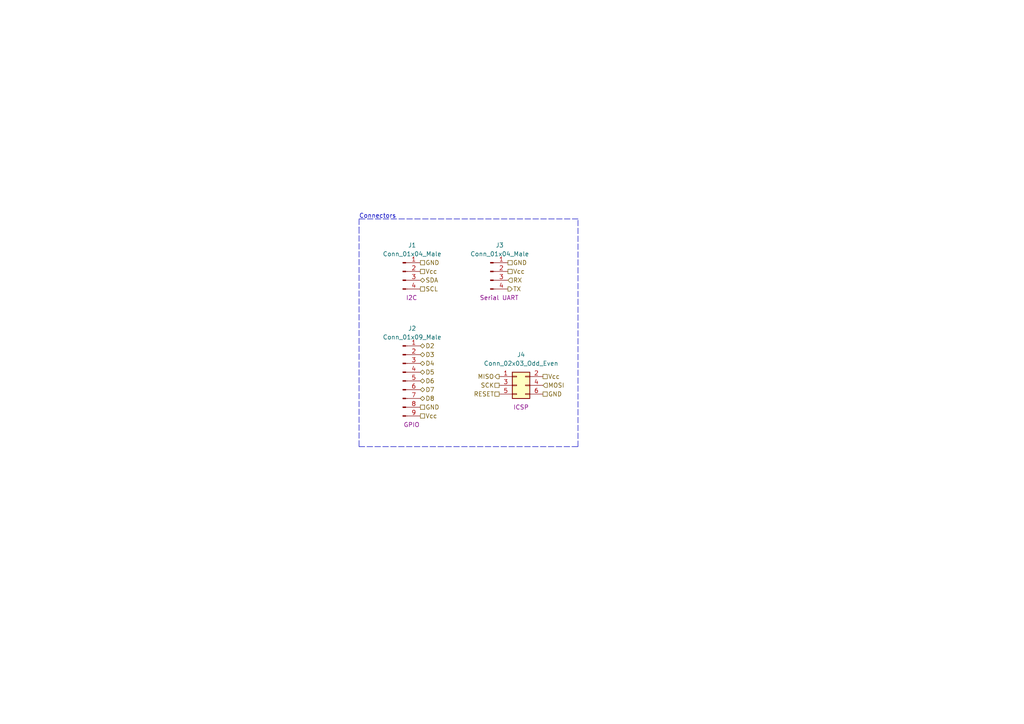
<source format=kicad_sch>
(kicad_sch (version 20211123) (generator eeschema)
  (paper "A4")
  (lib_symbols
    (symbol "Connector:Conn_01x04_Male" (pin_names (offset 1.016) hide)
      (property "Reference" "J" (at 0 5.08 0))
      (property "Value" "Conn_01x04_Male" (at 0 -7.62 0))
      (symbol "Conn_01x04_Male_1_1"
        (polyline (pts (xy 1.27 -5.08) (xy 0.8636 -5.08)) (stroke (width 0.1524)))
        (polyline (pts (xy 1.27 -2.54) (xy 0.8636 -2.54)) (stroke (width 0.1524)))
        (polyline (pts (xy 1.27 0) (xy 0.8636 0)) (stroke (width 0.1524)))
        (polyline (pts (xy 1.27 2.54) (xy 0.8636 2.54)) (stroke (width 0.1524)))
        (rectangle (start 0.8636 -4.953) (end 0 -5.207) (stroke (width 0.1524)) (fill (type outline)))
        (rectangle (start 0.8636 -2.413) (end 0 -2.667) (stroke (width 0.1524)) (fill (type outline)))
        (rectangle (start 0.8636 0.127) (end 0 -0.127) (stroke (width 0.1524)) (fill (type outline)))
        (rectangle (start 0.8636 2.667) (end 0 2.413) (stroke (width 0.1524)) (fill (type outline)))
        (pin passive line (at 5.08 2.54 180) (length 3.81) (name "Pin_1") (number "1"))
        (pin passive line (at 5.08 0 180) (length 3.81) (name "Pin_2") (number "2"))
        (pin passive line (at 5.08 -2.54 180) (length 3.81) (name "Pin_3") (number "3"))
        (pin passive line (at 5.08 -5.08 180) (length 3.81) (name "Pin_4") (number "4"))
      )
    )
    (symbol "Connector:Conn_01x09_Male" (pin_names (offset 1.016) hide)
      (property "Reference" "J" (at 0 12.7 0))
      (property "Value" "Conn_01x09_Male" (at 0 -12.7 0))
      (symbol "Conn_01x09_Male_1_1"
        (polyline (pts (xy 1.27 -10.16) (xy 0.8636 -10.16)) (stroke (width 0.1524)))
        (polyline (pts (xy 1.27 -7.62) (xy 0.8636 -7.62)) (stroke (width 0.1524)))
        (polyline (pts (xy 1.27 -5.08) (xy 0.8636 -5.08)) (stroke (width 0.1524)))
        (polyline (pts (xy 1.27 -2.54) (xy 0.8636 -2.54)) (stroke (width 0.1524)))
        (polyline (pts (xy 1.27 0) (xy 0.8636 0)) (stroke (width 0.1524)))
        (polyline (pts (xy 1.27 2.54) (xy 0.8636 2.54)) (stroke (width 0.1524)))
        (polyline (pts (xy 1.27 5.08) (xy 0.8636 5.08)) (stroke (width 0.1524)))
        (polyline (pts (xy 1.27 7.62) (xy 0.8636 7.62)) (stroke (width 0.1524)))
        (polyline (pts (xy 1.27 10.16) (xy 0.8636 10.16)) (stroke (width 0.1524)))
        (rectangle (start 0.8636 -10.033) (end 0 -10.287) (stroke (width 0.1524)) (fill (type outline)))
        (rectangle (start 0.8636 -7.493) (end 0 -7.747) (stroke (width 0.1524)) (fill (type outline)))
        (rectangle (start 0.8636 -4.953) (end 0 -5.207) (stroke (width 0.1524)) (fill (type outline)))
        (rectangle (start 0.8636 -2.413) (end 0 -2.667) (stroke (width 0.1524)) (fill (type outline)))
        (rectangle (start 0.8636 0.127) (end 0 -0.127) (stroke (width 0.1524)) (fill (type outline)))
        (rectangle (start 0.8636 2.667) (end 0 2.413) (stroke (width 0.1524)) (fill (type outline)))
        (rectangle (start 0.8636 5.207) (end 0 4.953) (stroke (width 0.1524)) (fill (type outline)))
        (rectangle (start 0.8636 7.747) (end 0 7.493) (stroke (width 0.1524)) (fill (type outline)))
        (rectangle (start 0.8636 10.287) (end 0 10.033) (stroke (width 0.1524)) (fill (type outline)))
        (pin passive line (at 5.08 10.16 180) (length 3.81) (name "Pin_1") (number "1"))
        (pin passive line (at 5.08 7.62 180) (length 3.81) (name "Pin_2") (number "2"))
        (pin passive line (at 5.08 5.08 180) (length 3.81) (name "Pin_3") (number "3"))
        (pin passive line (at 5.08 2.54 180) (length 3.81) (name "Pin_4") (number "4"))
        (pin passive line (at 5.08 0 180) (length 3.81) (name "Pin_5") (number "5"))
        (pin passive line (at 5.08 -2.54 180) (length 3.81) (name "Pin_6") (number "6"))
        (pin passive line (at 5.08 -5.08 180) (length 3.81) (name "Pin_7") (number "7"))
        (pin passive line (at 5.08 -7.62 180) (length 3.81) (name "Pin_8") (number "8"))
        (pin passive line (at 5.08 -10.16 180) (length 3.81) (name "Pin_9") (number "9"))
      )
    )
    (symbol "Connector_Generic:Conn_02x03_Odd_Even" (pin_names (offset 1.016) hide)
      (property "Reference" "J" (at 1.27 5.08 0))
      (property "Value" "Conn_02x03_Odd_Even" (at 1.27 -5.08 0))
      (symbol "Conn_02x03_Odd_Even_1_1"
        (rectangle (start -1.27 -2.413) (end 0 -2.667) (stroke (width 0.1524)))
        (rectangle (start -1.27 0.127) (end 0 -0.127) (stroke (width 0.1524)))
        (rectangle (start -1.27 2.667) (end 0 2.413) (stroke (width 0.1524)))
        (rectangle (start -1.27 3.81) (end 3.81 -3.81) (stroke (width 0.254)) (fill (type background)))
        (rectangle (start 3.81 -2.413) (end 2.54 -2.667) (stroke (width 0.1524)))
        (rectangle (start 3.81 0.127) (end 2.54 -0.127) (stroke (width 0.1524)))
        (rectangle (start 3.81 2.667) (end 2.54 2.413) (stroke (width 0.1524)))
        (pin passive line (at -5.08 2.54 0) (length 3.81) (name "Pin_1") (number "1"))
        (pin passive line (at 7.62 2.54 180) (length 3.81) (name "Pin_2") (number "2"))
        (pin passive line (at -5.08 0 0) (length 3.81) (name "Pin_3") (number "3"))
        (pin passive line (at 7.62 0 180) (length 3.81) (name "Pin_4") (number "4"))
        (pin passive line (at -5.08 -2.54 0) (length 3.81) (name "Pin_5") (number "5"))
        (pin passive line (at 7.62 -2.54 180) (length 3.81) (name "Pin_6") (number "6"))
      )
    )
  )
  (polyline (pts (xy 104.14 63.5) (xy 104.14 66.04)))
  (polyline (pts (xy 104.14 66.04) (xy 104.14 129.54)))
  (polyline (pts (xy 104.14 129.54) (xy 167.64 129.54)))
  (polyline (pts (xy 167.64 63.5) (xy 104.14 63.5)))
  (polyline (pts (xy 167.64 129.54) (xy 167.64 63.5)))
  (text "Connectors" (at 104.14 63.5 0) (effects (font (size 1.27 1.27)) (justify left bottom)))
  (hierarchical_label "GND" (shape passive) (at 121.92 76.2 0))
  (hierarchical_label "Vcc" (shape passive) (at 121.92 78.74 0))
  (hierarchical_label "Vcc" (shape passive) (at 147.32 78.74 0))
  (hierarchical_label "SCL" (shape passive) (at 121.92 83.82 0))
  (hierarchical_label "Vcc" (shape passive) (at 121.92 120.65 0))
  (hierarchical_label "D6" (shape bidirectional) (at 121.92 110.49 0))
  (hierarchical_label "SCK" (shape passive) (at 144.78 111.76 180))
  (hierarchical_label "MISO" (shape output) (at 144.78 109.22 180))
  (hierarchical_label "GND" (shape passive) (at 147.32 76.2 0))
  (hierarchical_label "D3" (shape bidirectional) (at 121.92 102.87 0))
  (hierarchical_label "TX" (shape output) (at 147.32 83.82 0))
  (hierarchical_label "SDA" (shape bidirectional) (at 121.92 81.28 0))
  (hierarchical_label "GND" (shape passive) (at 157.48 114.3 0))
  (hierarchical_label "D4" (shape bidirectional) (at 121.92 105.41 0))
  (hierarchical_label "GND" (shape passive) (at 121.92 118.11 0))
  (hierarchical_label "D7" (shape bidirectional) (at 121.92 113.03 0))
  (hierarchical_label "Vcc" (shape passive) (at 157.48 109.22 0))
  (hierarchical_label "D2" (shape bidirectional) (at 121.92 100.33 0))
  (hierarchical_label "RESET" (shape passive) (at 144.78 114.3 180))
  (hierarchical_label "D8" (shape bidirectional) (at 121.92 115.57 0))
  (hierarchical_label "RX" (shape input) (at 147.32 81.28 0))
  (hierarchical_label "MOSI" (shape input) (at 157.48 111.76 0))
  (hierarchical_label "D5" (shape bidirectional) (at 121.92 107.95 0))
  (symbol (lib_id "Connector_Generic:Conn_02x03_Odd_Even") (at 149.86 111.76 0) (unit 1)
    (property "Reference" "J4" (at 151.13 102.87 0))
    (property "Value" "Conn_02x03_Odd_Even" (at 151.13 105.41 0))
    (property "Footprint" "Connector_PinHeader_2.54mm:PinHeader_2x03_P2.54mm_Vertical" (effects hide))
    (property "Purpose" "ICSP" (at 151.13 118.11 0))
  )
  (symbol (lib_id "Connector:Conn_01x09_Male") (at 116.84 110.49 0) (unit 1)
    (property "Reference" "J2" (at 119.5324 95.25 0))
    (property "Value" "Conn_01x09_Male" (at 119.5324 97.79 0))
    (property "Footprint" "Connector_PinHeader_2.54mm:PinHeader_1x09_P2.54mm_Vertical" (effects hide))
    (property "Purpose" "GPIO" (at 119.38 123.19 0))
  )
  (symbol (lib_id "Connector:Conn_01x04_Male") (at 142.24 78.74 0) (unit 1)
    (property "Reference" "J3" (at 144.9324 71.12 0))
    (property "Value" "Conn_01x04_Male" (at 144.9324 73.66 0))
    (property "Footprint" "Connector_PinHeader_2.54mm:PinHeader_1x04_P2.54mm_Vertical" (effects hide))
    (property "Purpose" "Serial UART" (at 144.78 86.36 0))
  )
  (symbol (lib_id "Connector:Conn_01x04_Male") (at 116.84 78.74 0) (unit 1)
    (property "Reference" "J1" (at 119.5324 71.12 0))
    (property "Value" "Conn_01x04_Male" (at 119.5324 73.66 0))
    (property "Footprint" "Connector_PinHeader_2.54mm:PinHeader_1x04_P2.54mm_Vertical" (effects hide))
    (property "Purpose" "I2C" (at 119.38 86.36 0))
  )
)
</source>
